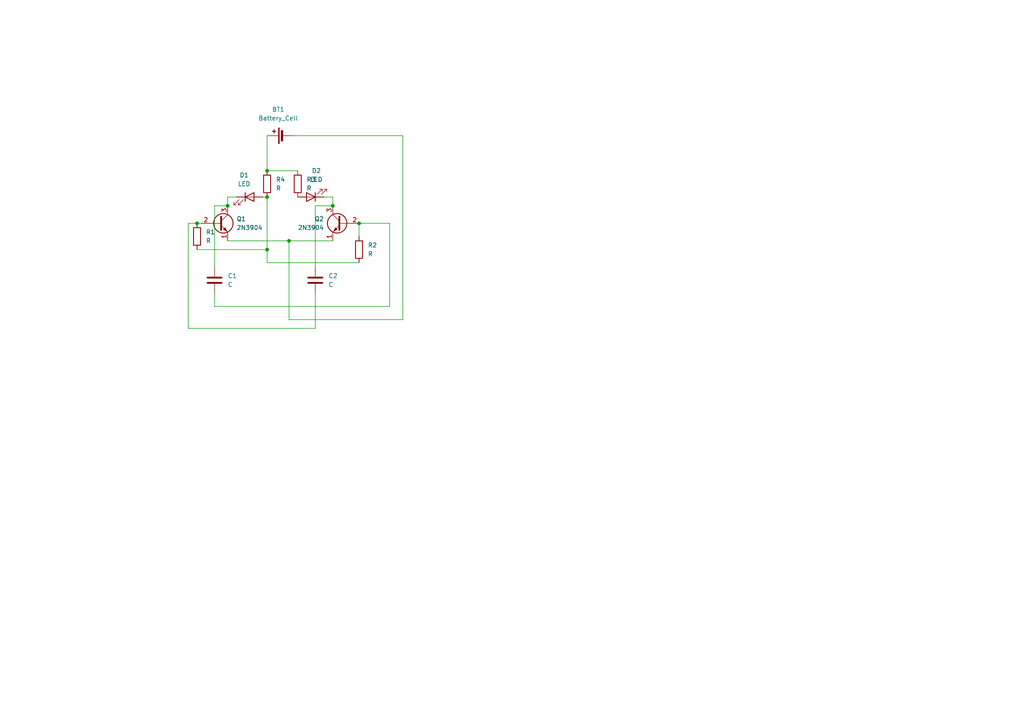
<source format=kicad_sch>
(kicad_sch (version 20250114) (generator "eeschema") (generator_version "9.0")
  (paper "A4")
  (lib_symbols
    (symbol "Device:Battery_Cell" (pin_numbers (hide yes)) (pin_names (offset 0) (hide yes))
      (property "Reference" "BT" (at 2.54 2.54 0))
      (property "Value" "Battery_Cell" (at 2.54 0 0))
      (symbol "Battery_Cell_0_1"
        (rectangle (start -2.286 1.778) (end 2.286 1.524) (fill (type outline)))
        (rectangle (start -1.524 1.016) (end 1.524 0.508) (fill (type outline)))
        (polyline (pts (xy 0 1.778) (xy 0 2.54)))
        (polyline (pts (xy 0 0.762) (xy 0 0)))
        (polyline (pts (xy 0.762 3.048) (xy 1.778 3.048)) (stroke (width 0.254)))
        (polyline (pts (xy 1.27 3.556) (xy 1.27 2.54)) (stroke (width 0.254)))
      )
      (symbol "Battery_Cell_1_1"
        (pin passive line (at 0 5.08 270) (length 2.54) (name "+") (number "1"))
        (pin passive line (at 0 -2.54 90) (length 2.54) (name "-") (number "2"))
      )
    )
    (symbol "Device:C" (pin_numbers (hide yes)) (pin_names (offset 0.254))
      (property "Reference" "C" (at 0.635 2.54 0))
      (property "Value" "C" (at 0.635 -2.54 0))
      (symbol "C_0_1"
        (polyline (pts (xy -2.032 0.762) (xy 2.032 0.762)) (stroke (width 0.508)))
        (polyline (pts (xy -2.032 -0.762) (xy 2.032 -0.762)) (stroke (width 0.508)))
      )
      (symbol "C_1_1"
        (pin passive line (at 0 3.81 270) (length 2.794) (name "~") (number "1"))
        (pin passive line (at 0 -3.81 90) (length 2.794) (name "~") (number "2"))
      )
    )
    (symbol "Device:LED" (pin_numbers (hide yes)) (pin_names (offset 1.016) (hide yes))
      (property "Reference" "D" (at 0 2.54 0))
      (property "Value" "LED" (at 0 -2.54 0))
      (symbol "LED_0_1"
        (polyline (pts (xy -3.048 -0.762) (xy -4.572 -2.286) (xy -3.81 -2.286) (xy -4.572 -2.286) (xy -4.572 -1.524)))
        (polyline (pts (xy -1.778 -0.762) (xy -3.302 -2.286) (xy -2.54 -2.286) (xy -3.302 -2.286) (xy -3.302 -1.524)))
        (polyline (pts (xy -1.27 0) (xy 1.27 0)))
        (polyline (pts (xy -1.27 -1.27) (xy -1.27 1.27)) (stroke (width 0.254)))
        (polyline (pts (xy 1.27 -1.27) (xy 1.27 1.27) (xy -1.27 0) (xy 1.27 -1.27)) (stroke (width 0.254)))
      )
      (symbol "LED_1_1"
        (pin passive line (at -3.81 0 0) (length 2.54) (name "K") (number "1"))
        (pin passive line (at 3.81 0 180) (length 2.54) (name "A") (number "2"))
      )
    )
    (symbol "Device:R" (pin_numbers (hide yes)) (pin_names (offset 0))
      (property "Reference" "R" (at 2.032 0 90))
      (property "Value" "R" (at 0 0 90))
      (symbol "R_0_1"
        (rectangle (start -1.016 -2.54) (end 1.016 2.54) (stroke (width 0.254)))
      )
      (symbol "R_1_1"
        (pin passive line (at 0 3.81 270) (length 1.27) (name "~") (number "1"))
        (pin passive line (at 0 -3.81 90) (length 1.27) (name "~") (number "2"))
      )
    )
    (symbol "Transistor_BJT:2N3904" (pin_names (offset 0) (hide yes))
      (property "Reference" "Q" (at 5.08 1.905 0))
      (property "Value" "2N3904" (at 5.08 0 0))
      (symbol "2N3904_0_1"
        (polyline (pts (xy -2.54 0) (xy 0.635 0)))
        (polyline (pts (xy 0.635 1.905) (xy 0.635 -1.905)) (stroke (width 0.508)))
        (circle (center 1.27 0) (radius 2.8194) (stroke (width 0.254)))
      )
      (symbol "2N3904_1_1"
        (polyline (pts (xy 0.635 0.635) (xy 2.54 2.54)))
        (polyline (pts (xy 0.635 -0.635) (xy 2.54 -2.54)))
        (polyline (pts (xy 1.27 -1.778) (xy 1.778 -1.27) (xy 2.286 -2.286) (xy 1.27 -1.778)) (fill (type outline)))
        (pin input line (at -5.08 0 0) (length 2.54) (name "B") (number "2"))
        (pin passive line (at 2.54 5.08 270) (length 2.54) (name "C") (number "3"))
        (pin passive line (at 2.54 -5.08 90) (length 2.54) (name "E") (number "1"))
      )
    )
  )
  (junction (at 96.52 59.69))
  (junction (at 66.04 59.69))
  (junction (at 77.47 49.53))
  (junction (at 83.82 69.85))
  (junction (at 57.15 64.77))
  (junction (at 77.47 72.39))
  (junction (at 104.14 64.77))
  (junction (at 77.47 57.15))
  (wire (pts (xy 77.47 76.2) (xy 77.47 72.39)))
  (wire (pts (xy 66.04 69.85) (xy 83.82 69.85)))
  (wire (pts (xy 116.84 92.71) (xy 83.82 92.71)))
  (wire (pts (xy 68.58 57.15) (xy 66.04 57.15)))
  (wire (pts (xy 116.84 39.37) (xy 116.84 92.71)))
  (wire (pts (xy 91.44 77.47) (xy 91.44 59.69)))
  (wire (pts (xy 62.23 77.47) (xy 62.23 59.69)))
  (wire (pts (xy 76.2 57.15) (xy 77.47 57.15)))
  (wire (pts (xy 83.82 69.85) (xy 96.52 69.85)))
  (wire (pts (xy 57.15 72.39) (xy 77.47 72.39)))
  (wire (pts (xy 91.44 95.25) (xy 54.61 95.25)))
  (wire (pts (xy 62.23 59.69) (xy 66.04 59.69)))
  (wire (pts (xy 91.44 85.09) (xy 91.44 95.25)))
  (wire (pts (xy 83.82 92.71) (xy 83.82 69.85)))
  (wire (pts (xy 93.98 57.15) (xy 96.52 57.15)))
  (wire (pts (xy 113.03 88.9) (xy 113.03 64.77)))
  (wire (pts (xy 77.47 49.53) (xy 77.47 39.37)))
  (wire (pts (xy 77.47 49.53) (xy 86.36 49.53)))
  (wire (pts (xy 57.15 64.77) (xy 58.42 64.77)))
  (wire (pts (xy 62.23 88.9) (xy 113.03 88.9)))
  (wire (pts (xy 91.44 59.69) (xy 96.52 59.69)))
  (wire (pts (xy 54.61 95.25) (xy 54.61 64.77)))
  (wire (pts (xy 77.47 72.39) (xy 77.47 57.15)))
  (wire (pts (xy 104.14 68.58) (xy 104.14 64.77)))
  (wire (pts (xy 104.14 76.2) (xy 77.47 76.2)))
  (wire (pts (xy 85.09 39.37) (xy 116.84 39.37)))
  (wire (pts (xy 62.23 85.09) (xy 62.23 88.9)))
  (wire (pts (xy 54.61 64.77) (xy 57.15 64.77)))
  (wire (pts (xy 66.04 57.15) (xy 66.04 59.69)))
  (wire (pts (xy 96.52 57.15) (xy 96.52 59.69)))
  (wire (pts (xy 104.14 64.77) (xy 113.03 64.77)))
  (symbol (lib_id "Device:LED") (at 72.39 57.15 0) (unit 1)
    (property "Reference" "D1" (at 70.8025 50.8 0))
    (property "Value" "LED" (at 70.8025 53.34 0))
    (property "Footprint" "LED_THT:LED_D5.0mm" (effects (hide yes)))
    (property "Description" "Light emitting diode" (effects (hide yes)))
    (property "Sim.Pins" "1=K 2=A" (effects (hide yes)))
  )
  (symbol (lib_id "Device:C") (at 91.44 81.28 0) (unit 1)
    (property "Reference" "C2" (at 95.25 80.0099 0) (effects (justify left)))
    (property "Value" "C" (at 95.25 82.5499 0) (effects (justify left)))
    (property "Footprint" "Capacitor_THT:CP_Radial_D8.0mm_P5.00mm" (effects (hide yes)))
    (property "Description" "Unpolarized capacitor" (effects (hide yes)))
  )
  (symbol (lib_id "Transistor_BJT:2N3904") (at 63.5 64.77 0) (unit 1)
    (property "Reference" "Q1" (at 68.58 63.4999 0) (effects (justify left)))
    (property "Value" "2N3904" (at 68.58 66.0399 0) (effects (justify left)))
    (property "Footprint" "Package_TO_SOT_THT:TO-92_Inline" (effects (hide yes)))
    (property "Datasheet" "https://www.onsemi.com/pub/Collateral/2N3903-D.PDF" (effects (hide yes)))
    (property "Description" "0.2A Ic, 40V Vce, Small Signal NPN Transistor, TO-92" (effects (hide yes)))
  )
  (symbol (lib_id "Device:R") (at 57.15 68.58 0) (unit 1)
    (property "Reference" "R1" (at 59.69 67.3099 0) (effects (justify left)))
    (property "Value" "R" (at 59.69 69.8499 0) (effects (justify left)))
    (property "Footprint" "Resistor_THT:R_Axial_DIN0207_L6.3mm_D2.5mm_P7.62mm_Horizontal" (effects (hide yes)))
    (property "Description" "Resistor" (effects (hide yes)))
  )
  (symbol (lib_id "Device:R") (at 86.36 53.34 0) (unit 1)
    (property "Reference" "R3" (at 88.9 52.0699 0) (effects (justify left)))
    (property "Value" "R" (at 88.9 54.6099 0) (effects (justify left)))
    (property "Footprint" "Resistor_THT:R_Axial_DIN0207_L6.3mm_D2.5mm_P7.62mm_Horizontal" (effects (hide yes)))
    (property "Description" "Resistor" (effects (hide yes)))
  )
  (symbol (lib_id "Device:C") (at 62.23 81.28 0) (unit 1)
    (property "Reference" "C1" (at 66.04 80.0099 0) (effects (justify left)))
    (property "Value" "C" (at 66.04 82.5499 0) (effects (justify left)))
    (property "Footprint" "Capacitor_THT:CP_Radial_D8.0mm_P5.00mm" (effects (hide yes)))
    (property "Description" "Unpolarized capacitor" (effects (hide yes)))
  )
  (symbol (lib_id "Device:R") (at 77.47 53.34 0) (unit 1)
    (property "Reference" "R4" (at 80.01 52.0699 0) (effects (justify left)))
    (property "Value" "R" (at 80.01 54.6099 0) (effects (justify left)))
    (property "Footprint" "Resistor_THT:R_Axial_DIN0207_L6.3mm_D2.5mm_P7.62mm_Horizontal" (effects (hide yes)))
    (property "Description" "Resistor" (effects (hide yes)))
  )
  (symbol (lib_id "Transistor_BJT:2N3904") (at 99.06 64.77 0) (mirror y) (unit 1)
    (property "Reference" "Q2" (at 93.98 63.4999 0) (effects (justify left)))
    (property "Value" "2N3904" (at 93.98 66.0399 0) (effects (justify left)))
    (property "Footprint" "Package_TO_SOT_THT:TO-92_Inline" (effects (hide yes)))
    (property "Datasheet" "https://www.onsemi.com/pub/Collateral/2N3903-D.PDF" (effects (hide yes)))
    (property "Description" "0.2A Ic, 40V Vce, Small Signal NPN Transistor, TO-92" (effects (hide yes)))
  )
  (symbol (lib_id "Device:R") (at 104.14 72.39 0) (unit 1)
    (property "Reference" "R2" (at 106.68 71.1199 0) (effects (justify left)))
    (property "Value" "R" (at 106.68 73.6599 0) (effects (justify left)))
    (property "Footprint" "Resistor_THT:R_Axial_DIN0207_L6.3mm_D2.5mm_P7.62mm_Horizontal" (effects (hide yes)))
    (property "Description" "Resistor" (effects (hide yes)))
  )
  (symbol (lib_id "Device:LED") (at 90.17 57.15 180) (unit 1)
    (property "Reference" "D2" (at 91.7575 49.53 0))
    (property "Value" "LED" (at 91.7575 52.07 0))
    (property "Footprint" "LED_THT:LED_D5.0mm" (effects (hide yes)))
    (property "Description" "Light emitting diode" (effects (hide yes)))
    (property "Sim.Pins" "1=K 2=A" (effects (hide yes)))
  )
  (symbol (lib_id "Device:Battery_Cell") (at 82.55 39.37 90) (unit 1)
    (property "Reference" "BT1" (at 80.7085 31.75 90))
    (property "Value" "Battery_Cell" (at 80.7085 34.29 90))
    (property "Footprint" "Battery:BatteryHolder_Keystone_3034_1x20mm" (effects (hide yes)))
    (property "Description" "Single-cell battery" (effects (hide yes)))
  )
)
</source>
